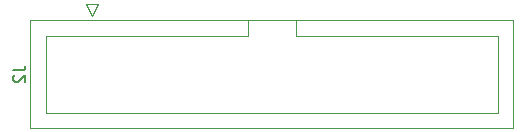
<source format=gbr>
%TF.GenerationSoftware,KiCad,Pcbnew,9.0.4*%
%TF.CreationDate,2025-11-10T14:31:51+11:00*%
%TF.ProjectId,Jet Ranger COM and NAV,4a657420-5261-46e6-9765-7220434f4d20,rev?*%
%TF.SameCoordinates,Original*%
%TF.FileFunction,Legend,Bot*%
%TF.FilePolarity,Positive*%
%FSLAX46Y46*%
G04 Gerber Fmt 4.6, Leading zero omitted, Abs format (unit mm)*
G04 Created by KiCad (PCBNEW 9.0.4) date 2025-11-10 14:31:51*
%MOMM*%
%LPD*%
G01*
G04 APERTURE LIST*
%ADD10C,0.150000*%
%ADD11C,0.120000*%
G04 APERTURE END LIST*
D10*
X103734819Y-115896666D02*
X104449104Y-115896666D01*
X104449104Y-115896666D02*
X104591961Y-115849047D01*
X104591961Y-115849047D02*
X104687200Y-115753809D01*
X104687200Y-115753809D02*
X104734819Y-115610952D01*
X104734819Y-115610952D02*
X104734819Y-115515714D01*
X103830057Y-116325238D02*
X103782438Y-116372857D01*
X103782438Y-116372857D02*
X103734819Y-116468095D01*
X103734819Y-116468095D02*
X103734819Y-116706190D01*
X103734819Y-116706190D02*
X103782438Y-116801428D01*
X103782438Y-116801428D02*
X103830057Y-116849047D01*
X103830057Y-116849047D02*
X103925295Y-116896666D01*
X103925295Y-116896666D02*
X104020533Y-116896666D01*
X104020533Y-116896666D02*
X104163390Y-116849047D01*
X104163390Y-116849047D02*
X104734819Y-116277619D01*
X104734819Y-116277619D02*
X104734819Y-116896666D01*
D11*
%TO.C,J2*%
X105170000Y-111670000D02*
X105170000Y-120790000D01*
X105170000Y-120790000D02*
X146070000Y-120790000D01*
X106470000Y-112980000D02*
X106470000Y-119480000D01*
X106470000Y-119480000D02*
X144770000Y-119480000D01*
X109880000Y-110280000D02*
X110880000Y-110280000D01*
X110380000Y-111280000D02*
X109880000Y-110280000D01*
X110880000Y-110280000D02*
X110380000Y-111280000D01*
X123570000Y-111670000D02*
X123570000Y-112980000D01*
X123570000Y-112980000D02*
X106470000Y-112980000D01*
X127670000Y-112980000D02*
X127670000Y-111670000D01*
X144770000Y-112980000D02*
X127670000Y-112980000D01*
X144770000Y-119480000D02*
X144770000Y-112980000D01*
X146070000Y-111670000D02*
X105170000Y-111670000D01*
X146070000Y-120790000D02*
X146070000Y-111670000D01*
%TD*%
M02*

</source>
